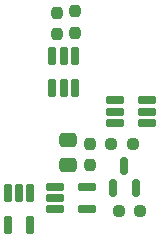
<source format=gbr>
%TF.GenerationSoftware,KiCad,Pcbnew,8.0.1*%
%TF.CreationDate,2024-06-10T18:05:53-07:00*%
%TF.ProjectId,knockControlBoard,6b6e6f63-6b43-46f6-9e74-726f6c426f61,rev?*%
%TF.SameCoordinates,Original*%
%TF.FileFunction,Paste,Top*%
%TF.FilePolarity,Positive*%
%FSLAX46Y46*%
G04 Gerber Fmt 4.6, Leading zero omitted, Abs format (unit mm)*
G04 Created by KiCad (PCBNEW 8.0.1) date 2024-06-10 18:05:53*
%MOMM*%
%LPD*%
G01*
G04 APERTURE LIST*
G04 Aperture macros list*
%AMRoundRect*
0 Rectangle with rounded corners*
0 $1 Rounding radius*
0 $2 $3 $4 $5 $6 $7 $8 $9 X,Y pos of 4 corners*
0 Add a 4 corners polygon primitive as box body*
4,1,4,$2,$3,$4,$5,$6,$7,$8,$9,$2,$3,0*
0 Add four circle primitives for the rounded corners*
1,1,$1+$1,$2,$3*
1,1,$1+$1,$4,$5*
1,1,$1+$1,$6,$7*
1,1,$1+$1,$8,$9*
0 Add four rect primitives between the rounded corners*
20,1,$1+$1,$2,$3,$4,$5,0*
20,1,$1+$1,$4,$5,$6,$7,0*
20,1,$1+$1,$6,$7,$8,$9,0*
20,1,$1+$1,$8,$9,$2,$3,0*%
G04 Aperture macros list end*
%ADD10RoundRect,0.237500X0.250000X0.237500X-0.250000X0.237500X-0.250000X-0.237500X0.250000X-0.237500X0*%
%ADD11RoundRect,0.150000X0.150000X-0.587500X0.150000X0.587500X-0.150000X0.587500X-0.150000X-0.587500X0*%
%ADD12RoundRect,0.162500X-0.162500X0.617500X-0.162500X-0.617500X0.162500X-0.617500X0.162500X0.617500X0*%
%ADD13RoundRect,0.162500X-0.617500X-0.162500X0.617500X-0.162500X0.617500X0.162500X-0.617500X0.162500X0*%
%ADD14RoundRect,0.237500X-0.250000X-0.237500X0.250000X-0.237500X0.250000X0.237500X-0.250000X0.237500X0*%
%ADD15RoundRect,0.237500X-0.237500X0.250000X-0.237500X-0.250000X0.237500X-0.250000X0.237500X0.250000X0*%
%ADD16RoundRect,0.162500X0.162500X-0.617500X0.162500X0.617500X-0.162500X0.617500X-0.162500X-0.617500X0*%
%ADD17RoundRect,0.237500X0.237500X-0.250000X0.237500X0.250000X-0.237500X0.250000X-0.237500X-0.250000X0*%
%ADD18RoundRect,0.162500X0.617500X0.162500X-0.617500X0.162500X-0.617500X-0.162500X0.617500X-0.162500X0*%
%ADD19RoundRect,0.250000X0.475000X-0.337500X0.475000X0.337500X-0.475000X0.337500X-0.475000X-0.337500X0*%
G04 APERTURE END LIST*
D10*
%TO.C,R8*%
X10667500Y-19780000D03*
X12492500Y-19780000D03*
%TD*%
D11*
%TO.C,Q2*%
X11157500Y-15970000D03*
X12107500Y-17845000D03*
X10207500Y-17845000D03*
%TD*%
D12*
%TO.C,U5*%
X3180000Y-20950000D03*
X1280000Y-20950000D03*
X1280000Y-18250000D03*
X2230000Y-18250000D03*
X3180000Y-18250000D03*
%TD*%
D13*
%TO.C,U3*%
X8020000Y-17690000D03*
X8020000Y-19590000D03*
X5320000Y-19590000D03*
X5320000Y-18640000D03*
X5320000Y-17690000D03*
%TD*%
D14*
%TO.C,R6*%
X11870000Y-14100000D03*
X10045000Y-14100000D03*
%TD*%
D15*
%TO.C,R4*%
X7010000Y-4680000D03*
X7010000Y-2855000D03*
%TD*%
%TO.C,R15*%
X5420000Y-4800000D03*
X5420000Y-2975000D03*
%TD*%
D16*
%TO.C,U2*%
X5070000Y-6620000D03*
X6020000Y-6620000D03*
X6970000Y-6620000D03*
X6970000Y-9320000D03*
X6020000Y-9320000D03*
X5070000Y-9320000D03*
%TD*%
D17*
%TO.C,R3*%
X8220000Y-14047500D03*
X8220000Y-15872500D03*
%TD*%
D18*
%TO.C,U4*%
X10340000Y-12300000D03*
X10340000Y-11350000D03*
X10340000Y-10400000D03*
X13040000Y-10400000D03*
X13040000Y-11350000D03*
X13040000Y-12300000D03*
%TD*%
D19*
%TO.C,C8*%
X6380000Y-13762500D03*
X6380000Y-15837500D03*
%TD*%
M02*

</source>
